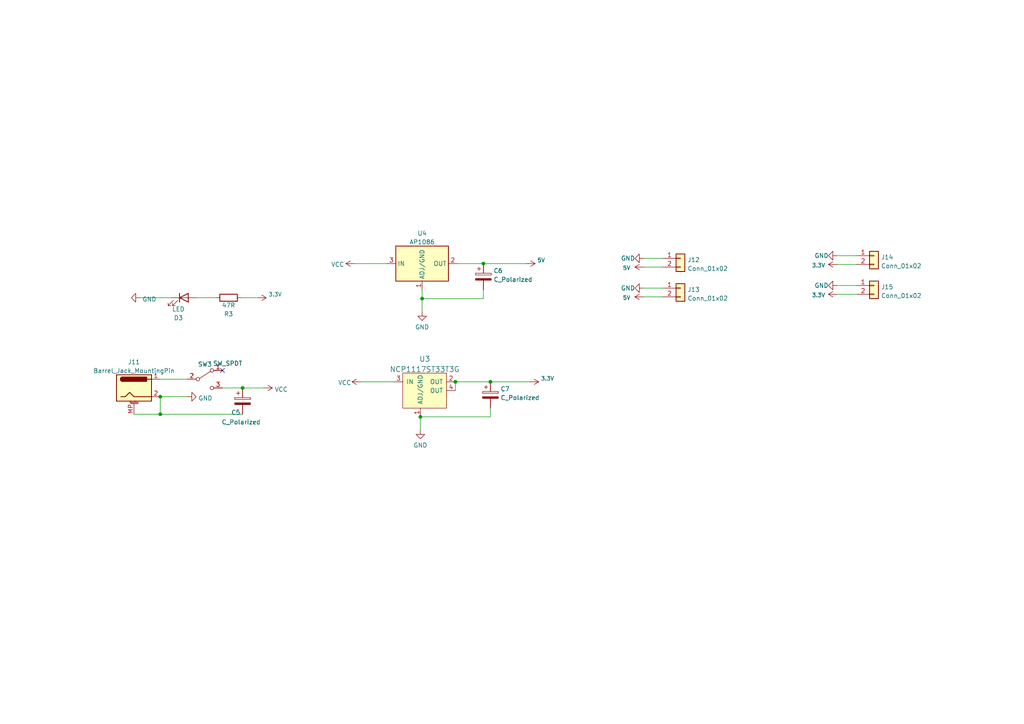
<source format=kicad_sch>
(kicad_sch (version 20211123) (generator eeschema)
  (paper "A4")
  (lib_symbols
    (symbol "Connector:Barrel_Jack_MountingPin" (pin_names hide)
      (property "Reference" "J" (at 0 5.334 0))
      (property "Value" "Barrel_Jack_MountingPin" (at 1.27 -6.35 0))
      (symbol "Barrel_Jack_MountingPin_0_1"
        (rectangle (start -5.08 3.81) (end 5.08 -3.81) (stroke (width 0.254)) (fill (type background)))
        (arc (start -3.302 3.175) (mid -3.937 2.54) (end -3.302 1.905) (stroke (width 0.254)))
        (arc (start -3.302 3.175) (mid -3.937 2.54) (end -3.302 1.905) (stroke (width 0.254)) (fill (type outline)))
        (polyline (pts (xy 5.08 2.54) (xy 3.81 2.54)) (stroke (width 0.254)))
        (polyline (pts (xy -3.81 -2.54) (xy -2.54 -2.54) (xy -1.27 -1.27) (xy 0 -2.54) (xy 2.54 -2.54) (xy 5.08 -2.54)) (stroke (width 0.254)))
        (rectangle (start 3.683 3.175) (end -3.302 1.905) (stroke (width 0.254)) (fill (type outline)))
      )
      (symbol "Barrel_Jack_MountingPin_1_1"
        (polyline (pts (xy -1.016 -4.572) (xy 1.016 -4.572)) (stroke (width 0.1524)))
        (text "Mounting" (at 0 -4.191 0) (effects (font (size 0.381 0.381))))
        (pin passive line (at 7.62 2.54 180) (length 2.54) (name "~") (number "1"))
        (pin passive line (at 7.62 -2.54 180) (length 2.54) (name "~") (number "2"))
        (pin passive line (at 0 -7.62 90) (length 3.048) (name "MountPin") (number "MP"))
      )
    )
    (symbol "Connector_Generic:Conn_01x02" (pin_names (offset 1.016) hide)
      (property "Reference" "J" (at 0 2.54 0))
      (property "Value" "Conn_01x02" (at 0 -5.08 0))
      (symbol "Conn_01x02_1_1"
        (rectangle (start -1.27 -2.413) (end 0 -2.667) (stroke (width 0.1524)))
        (rectangle (start -1.27 0.127) (end 0 -0.127) (stroke (width 0.1524)))
        (rectangle (start -1.27 1.27) (end 1.27 -3.81) (stroke (width 0.254)) (fill (type background)))
        (pin passive line (at -5.08 0 0) (length 3.81) (name "Pin_1") (number "1"))
        (pin passive line (at -5.08 -2.54 0) (length 3.81) (name "Pin_2") (number "2"))
      )
    )
    (symbol "Device:C_Polarized" (pin_numbers hide) (pin_names (offset 0.254))
      (property "Reference" "C" (at 0.635 2.54 0))
      (property "Value" "C_Polarized" (at 0.635 -2.54 0))
      (symbol "C_Polarized_0_1"
        (rectangle (start -2.286 0.508) (end 2.286 1.016))
        (polyline (pts (xy -1.778 2.286) (xy -0.762 2.286)))
        (polyline (pts (xy -1.27 2.794) (xy -1.27 1.778)))
        (rectangle (start 2.286 -0.508) (end -2.286 -1.016) (fill (type outline)))
      )
      (symbol "C_Polarized_1_1"
        (pin passive line (at 0 3.81 270) (length 2.794) (name "~") (number "1"))
        (pin passive line (at 0 -3.81 90) (length 2.794) (name "~") (number "2"))
      )
    )
    (symbol "Device:LED" (pin_numbers hide) (pin_names (offset 1.016) hide)
      (property "Reference" "D" (at 0 2.54 0))
      (property "Value" "LED" (at 0 -2.54 0))
      (symbol "LED_0_1"
        (polyline (pts (xy -1.27 -1.27) (xy -1.27 1.27)) (stroke (width 0.254)))
        (polyline (pts (xy -1.27 0) (xy 1.27 0)))
        (polyline (pts (xy 1.27 -1.27) (xy 1.27 1.27) (xy -1.27 0) (xy 1.27 -1.27)) (stroke (width 0.254)))
        (polyline (pts (xy -3.048 -0.762) (xy -4.572 -2.286) (xy -3.81 -2.286) (xy -4.572 -2.286) (xy -4.572 -1.524)))
        (polyline (pts (xy -1.778 -0.762) (xy -3.302 -2.286) (xy -2.54 -2.286) (xy -3.302 -2.286) (xy -3.302 -1.524)))
      )
      (symbol "LED_1_1"
        (pin passive line (at -3.81 0 0) (length 2.54) (name "K") (number "1"))
        (pin passive line (at 3.81 0 180) (length 2.54) (name "A") (number "2"))
      )
    )
    (symbol "Device:R" (pin_numbers hide) (pin_names (offset 0))
      (property "Reference" "R" (at 2.032 0 90))
      (property "Value" "R" (at 0 0 90))
      (symbol "R_0_1"
        (rectangle (start -1.016 -2.54) (end 1.016 2.54) (stroke (width 0.254)))
      )
      (symbol "R_1_1"
        (pin passive line (at 0 3.81 270) (length 1.27) (name "~") (number "1"))
        (pin passive line (at 0 -3.81 90) (length 1.27) (name "~") (number "2"))
      )
    )
    (symbol "Kitecraft_Voltage_Regulators:AP1086"
      (property "Reference" "U" (at 0 10.16 0))
      (property "Value" "AP1086" (at 0 7.62 0))
      (symbol "AP1086_1_1"
        (rectangle (start -7.62 -5.08) (end 7.62 5.08) (stroke (width 0.254)) (fill (type background)))
        (pin input line (at 0 -7.62 90) (length 2.54) (name "ADJ/GND") (number "1"))
        (pin power_out line (at 10.16 0 180) (length 2.54) (name "OUT") (number "2"))
        (pin power_in line (at -10.16 0 0) (length 2.54) (name "IN") (number "3"))
      )
    )
    (symbol "SparkFun-PowerSymbols:3.3V" (power) (pin_numbers hide) (pin_names (offset 1.016) hide)
      (property "Value" "3.3V" (at -1.27 3.81 0))
      (property "Footprint" "XXX-00000" (at 0 7.62 0))
      (symbol "3.3V_1_0"
        (polyline (pts (xy 0 0) (xy 0 2.54)))
        (polyline (pts (xy 0 2.54) (xy -0.762 1.27)))
        (polyline (pts (xy 0.762 1.27) (xy 0 2.54)))
      )
      (symbol "3.3V_1_1"
        (pin power_in line (at 0 0 90) (length 0) hide (name "3.3V") (number "~"))
      )
    )
    (symbol "SparkFun-PowerSymbols:5V" (power) (pin_numbers hide) (pin_names (offset 1.016) hide)
      (property "Value" "5V" (at -1.27 3.81 0))
      (property "Footprint" "XXX-00000" (at 0 7.62 0))
      (symbol "5V_1_0"
        (polyline (pts (xy 0 0) (xy 0 2.54)))
        (polyline (pts (xy 0 2.54) (xy -0.762 1.27)))
        (polyline (pts (xy 0.762 1.27) (xy 0 2.54)))
      )
      (symbol "5V_1_1"
        (pin power_in line (at 0 0 90) (length 0) hide (name "5V") (number "~"))
      )
    )
    (symbol "Switch:SW_SPDT" (pin_names (offset 0) hide)
      (property "Reference" "SW" (at 0 4.318 0))
      (property "Value" "SW_SPDT" (at 0 -5.08 0))
      (symbol "SW_SPDT_0_0"
        (circle (center -2.032 0) (radius 0.508))
        (circle (center 2.032 -2.54) (radius 0.508))
      )
      (symbol "SW_SPDT_0_1"
        (polyline (pts (xy -1.524 0.254) (xy 1.651 2.286)))
        (circle (center 2.032 2.54) (radius 0.508))
      )
      (symbol "SW_SPDT_1_1"
        (pin passive line (at 5.08 2.54 180) (length 2.54) (name "A") (number "1"))
        (pin passive line (at -5.08 0 0) (length 2.54) (name "B") (number "2"))
        (pin passive line (at 5.08 -2.54 180) (length 2.54) (name "C") (number "3"))
      )
    )
    (symbol "dk_PMIC-Voltage-Regulators-Linear:NCP1117ST33T3G" (pin_names (offset 1.016))
      (property "Reference" "U" (at 2.54 3.81 0))
      (property "Value" "NCP1117ST33T3G" (at 2.54 6.35 0))
      (symbol "NCP1117ST33T3G_0_1"
        (rectangle (start -5.08 2.54) (end 7.62 -7.62) (fill (type background)))
      )
      (symbol "NCP1117ST33T3G_1_1"
        (pin power_in line (at 0 -10.16 90) (length 2.54) (name "ADJ/GND") (number "1"))
        (pin power_out line (at 10.16 0 180) (length 2.54) (name "OUT") (number "2"))
        (pin power_in line (at -7.62 0 0) (length 2.54) (name "IN") (number "3"))
        (pin power_out line (at 10.16 -2.54 180) (length 2.54) (name "OUT") (number "4"))
      )
    )
    (symbol "power:GND" (power) (pin_names (offset 0))
      (property "Value" "GND" (at 0 -3.81 0))
      (symbol "GND_0_1"
        (polyline (pts (xy 0 0) (xy 0 -1.27) (xy 1.27 -1.27) (xy 0 -2.54) (xy -1.27 -1.27) (xy 0 -1.27)))
      )
      (symbol "GND_1_1"
        (pin power_in line (at 0 0 270) (length 0) hide (name "GND") (number "1"))
      )
    )
    (symbol "power:VCC" (power) (pin_names (offset 0))
      (property "Value" "VCC" (at 0 3.81 0))
      (symbol "VCC_0_1"
        (polyline (pts (xy -0.762 1.27) (xy 0 2.54)))
        (polyline (pts (xy 0 0) (xy 0 2.54)))
        (polyline (pts (xy 0 2.54) (xy 0.762 1.27)))
      )
      (symbol "VCC_1_1"
        (pin power_in line (at 0 0 90) (length 0) hide (name "VCC") (number "1"))
      )
    )
  )
  (junction (at 132.08 110.744))
  (junction (at 70.358 112.522))
  (junction (at 121.92 120.904))
  (junction (at 122.428 86.614))
  (junction (at 46.482 115.062))
  (junction (at 46.482 120.142))
  (junction (at 140.208 76.454))
  (junction (at 142.24 110.744))
  (no_connect (at 64.516 107.442))
  (wire (pts (xy 46.482 115.062) (xy 54.356 115.062)))
  (wire (pts (xy 122.428 86.614) (xy 122.428 90.424)))
  (wire (pts (xy 38.862 120.142) (xy 46.482 120.142)))
  (wire (pts (xy 121.92 120.904) (xy 121.92 124.714)))
  (wire (pts (xy 64.516 112.522) (xy 70.358 112.522)))
  (wire (pts (xy 186.69 86.106) (xy 192.278 86.106)))
  (wire (pts (xy 62.484 86.36) (xy 57.15 86.36)))
  (wire (pts (xy 142.24 120.904) (xy 121.92 120.904)))
  (wire (pts (xy 242.824 85.344) (xy 248.412 85.344)))
  (wire (pts (xy 104.648 110.744) (xy 114.3 110.744)))
  (wire (pts (xy 132.08 110.744) (xy 142.24 110.744)))
  (wire (pts (xy 242.824 76.708) (xy 248.412 76.708)))
  (wire (pts (xy 102.87 76.454) (xy 112.268 76.454)))
  (wire (pts (xy 132.588 76.454) (xy 140.208 76.454)))
  (wire (pts (xy 46.482 109.982) (xy 54.356 109.982)))
  (wire (pts (xy 242.824 74.168) (xy 248.412 74.168)))
  (wire (pts (xy 140.208 76.454) (xy 152.654 76.454)))
  (wire (pts (xy 186.69 77.47) (xy 192.278 77.47)))
  (wire (pts (xy 122.428 84.074) (xy 122.428 86.614)))
  (wire (pts (xy 242.824 82.804) (xy 248.412 82.804)))
  (wire (pts (xy 132.08 110.744) (xy 132.08 113.284)))
  (wire (pts (xy 142.24 110.744) (xy 153.67 110.744)))
  (wire (pts (xy 142.24 118.364) (xy 142.24 120.904)))
  (wire (pts (xy 46.482 115.062) (xy 46.482 120.142)))
  (wire (pts (xy 186.69 74.93) (xy 192.278 74.93)))
  (wire (pts (xy 140.208 86.614) (xy 122.428 86.614)))
  (wire (pts (xy 186.69 83.566) (xy 192.278 83.566)))
  (wire (pts (xy 140.208 84.074) (xy 140.208 86.614)))
  (wire (pts (xy 70.358 120.142) (xy 46.482 120.142)))
  (wire (pts (xy 49.53 86.36) (xy 40.64 86.36)))
  (wire (pts (xy 70.358 112.522) (xy 76.454 112.522)))
  (wire (pts (xy 74.676 86.36) (xy 70.104 86.36)))
  (symbol (lib_id "power:VCC") (at 104.648 110.744 90) (unit 1)
    (property "Reference" "#PWR0101" (effects hide))
    (property "Value" "VCC" (at 98.044 110.998 90) (effects (justify right)))
  )
  (symbol (lib_id "SparkFun-PowerSymbols:5V") (at 186.69 86.106 90) (unit 1)
    (property "Reference" "#SUPPLY0109" (effects hide))
    (property "Value" "5V" (at 180.594 86.36 90) (effects (font (size 1.143 1.143)) (justify right)))
  )
  (symbol (lib_id "power:GND") (at 122.428 90.424 0) (unit 1)
    (property "Reference" "#PWR0105" (effects hide))
    (property "Value" "GND" (at 122.428 94.8674 0))
  )
  (symbol (lib_id "power:GND") (at 242.824 74.168 270) (unit 1)
    (property "Reference" "#PWR0110" (effects hide))
    (property "Value" "GND" (at 236.22 74.168 90) (effects (justify left)))
  )
  (symbol (lib_id "Connector_Generic:Conn_01x02") (at 197.358 83.566 0) (unit 1)
    (property "Reference" "J13" (at 199.39 84.0013 0) (effects (justify left)))
    (property "Value" "Conn_01x02" (at 199.39 86.5382 0) (effects (justify left)))
    (property "Footprint" "Connector_PinHeader_2.54mm:PinHeader_1x02_P2.54mm_Vertical" (effects hide))
  )
  (symbol (lib_id "power:VCC") (at 102.87 76.454 90) (unit 1)
    (property "Reference" "#PWR0104" (effects hide))
    (property "Value" "VCC" (at 96.012 76.708 90) (effects (justify right)))
  )
  (symbol (lib_id "power:GND") (at 121.92 124.714 0) (unit 1)
    (property "Reference" "#PWR0102" (effects hide))
    (property "Value" "GND" (at 121.92 129.1574 0))
  )
  (symbol (lib_id "power:GND") (at 186.69 74.93 270) (unit 1)
    (property "Reference" "#PWR0108" (effects hide))
    (property "Value" "GND" (at 180.086 74.93 90) (effects (justify left)))
  )
  (symbol (lib_id "Connector_Generic:Conn_01x02") (at 197.358 74.93 0) (unit 1)
    (property "Reference" "J12" (at 199.39 75.3653 0) (effects (justify left)))
    (property "Value" "Conn_01x02" (at 199.39 77.9022 0) (effects (justify left)))
    (property "Footprint" "Connector_PinHeader_2.54mm:PinHeader_1x02_P2.54mm_Vertical" (effects hide))
  )
  (symbol (lib_id "power:GND") (at 54.356 115.062 90) (unit 1)
    (property "Reference" "#PWR0103" (effects hide))
    (property "Value" "GND" (at 57.531 115.4958 90) (effects (justify right)))
  )
  (symbol (lib_id "SparkFun-PowerSymbols:5V") (at 152.654 76.454 270) (unit 1)
    (property "Reference" "#SUPPLY0106" (effects hide))
    (property "Value" "5V" (at 155.829 75.4778 90) (effects (font (size 1.143 1.143)) (justify left)))
  )
  (symbol (lib_id "Kitecraft_Voltage_Regulators:AP1086") (at 122.428 76.454 0) (unit 1)
    (property "Reference" "U4" (at 122.428 67.6742 0))
    (property "Value" "AP1086" (at 122.428 70.2111 0))
    (property "Footprint" "Package_TO_SOT_SMD:TO-263-2" (effects hide))
  )
  (symbol (lib_id "Device:C_Polarized") (at 70.358 116.332 0) (unit 1)
    (property "Reference" "C5" (at 67.056 119.634 0) (effects (justify left)))
    (property "Value" "C_Polarized" (at 64.262 122.428 0) (effects (justify left)))
    (property "Footprint" "Capacitor_SMD:CP_Elec_6.3x5.9" (effects hide))
  )
  (symbol (lib_id "SparkFun-PowerSymbols:3.3V") (at 153.67 110.744 270) (unit 1)
    (property "Reference" "#SUPPLY0110" (effects hide))
    (property "Value" "3.3V" (at 156.845 109.7678 90) (effects (font (size 1.143 1.143)) (justify left)))
  )
  (symbol (lib_id "SparkFun-PowerSymbols:3.3V") (at 242.824 76.708 90) (unit 1)
    (property "Reference" "#SUPPLY0112" (effects hide))
    (property "Value" "3.3V" (at 235.458 76.962 90) (effects (font (size 1.143 1.143)) (justify right)))
  )
  (symbol (lib_id "Device:R") (at 66.294 86.36 270) (unit 1)
    (property "Reference" "R3" (at 66.294 91.0758 90))
    (property "Value" "47R" (at 66.294 88.5389 90))
    (property "Footprint" "Resistor_SMD:R_1206_3216Metric" (effects hide))
  )
  (symbol (lib_id "dk_PMIC-Voltage-Regulators-Linear:NCP1117ST33T3G") (at 121.92 110.744 0) (unit 1)
    (property "Reference" "U3" (at 123.19 104.1199 0) (effects (font (size 1.524 1.524))))
    (property "Value" "NCP1117ST33T3G" (at 123.19 107.1133 0) (effects (font (size 1.524 1.524))))
    (property "Footprint" "Package_TO_SOT_SMD:SOT-223" (effects hide))
    (property "Datasheet" "https://www.onsemi.com/pub/Collateral/NCP1117-D.PDF" (effects hide))
    (property "Digi-Key_PN" "NCP1117ST33T3GOSCT-ND" (effects hide))
    (property "MPN" "NCP1117ST33T3G" (effects hide))
    (property "Category" "Integrated Circuits (ICs)" (effects hide))
    (property "Family" "PMIC - Voltage Regulators - Linear" (effects hide))
    (property "DK_Datasheet_Link" "https://www.onsemi.com/pub/Collateral/NCP1117-D.PDF" (effects hide))
    (property "DK_Detail_Page" "/product-detail/en/on-semiconductor/NCP1117ST33T3G/NCP1117ST33T3GOSCT-ND/660708" (effects hide))
    (property "Description" "IC REG LINEAR 3.3V 1A SOT223" (effects hide))
    (property "Manufacturer" "ON Semiconductor" (effects hide))
    (property "Status" "Active" (effects hide))
  )
  (symbol (lib_id "Device:C_Polarized") (at 140.208 80.264 0) (unit 1)
    (property "Reference" "C6" (at 143.129 78.5403 0) (effects (justify left)))
    (property "Value" "C_Polarized" (at 143.129 81.0772 0) (effects (justify left)))
    (property "Footprint" "Capacitor_SMD:C_0805_2012Metric" (effects hide))
  )
  (symbol (lib_id "Connector_Generic:Conn_01x02") (at 253.492 82.804 0) (unit 1)
    (property "Reference" "J15" (at 255.524 83.2393 0) (effects (justify left)))
    (property "Value" "Conn_01x02" (at 255.524 85.7762 0) (effects (justify left)))
    (property "Footprint" "Connector_PinHeader_2.54mm:PinHeader_1x02_P2.54mm_Vertical" (effects hide))
  )
  (symbol (lib_id "SparkFun-PowerSymbols:5V") (at 186.69 77.47 90) (unit 1)
    (property "Reference" "#SUPPLY0108" (effects hide))
    (property "Value" "5V" (at 180.594 77.724 90) (effects (font (size 1.143 1.143)) (justify right)))
  )
  (symbol (lib_id "Switch:SW_SPDT") (at 59.436 109.982 0) (unit 1)
    (property "Reference" "SW3" (at 59.436 105.664 0))
    (property "Value" "SW_SPDT" (at 66.04 105.41 0))
    (property "Footprint" "Kitecraft_Switches:SPDT_Switch_3mm" (effects hide))
  )
  (symbol (lib_id "power:GND") (at 40.64 86.36 270) (unit 1)
    (property "Reference" "#PWR0107" (effects hide))
    (property "Value" "GND" (at 41.275 86.7938 90) (effects (justify left)))
  )
  (symbol (lib_id "SparkFun-PowerSymbols:3.3V") (at 74.676 86.36 270) (unit 1)
    (property "Reference" "#SUPPLY0111" (effects hide))
    (property "Value" "3.3V" (at 77.851 85.3838 90) (effects (font (size 1.143 1.143)) (justify left)))
  )
  (symbol (lib_id "power:GND") (at 186.69 83.566 270) (unit 1)
    (property "Reference" "#PWR0109" (effects hide))
    (property "Value" "GND" (at 180.086 83.566 90) (effects (justify left)))
  )
  (symbol (lib_id "power:GND") (at 242.824 82.804 270) (unit 1)
    (property "Reference" "#PWR0111" (effects hide))
    (property "Value" "GND" (at 236.22 82.804 90) (effects (justify left)))
  )
  (symbol (lib_id "Connector:Barrel_Jack_MountingPin") (at 38.862 112.522 0) (unit 1)
    (property "Reference" "J11" (at 38.862 105.0122 0))
    (property "Value" "Barrel_Jack_MountingPin" (at 38.862 107.5491 0))
    (property "Footprint" "Kitecraft_Terminal_Blocks:BarrelJack_CUI_PJ-102AH_Horizontal_3_Pin_Short" (effects hide))
  )
  (symbol (lib_id "Device:LED") (at 53.34 86.36 0) (unit 1)
    (property "Reference" "D3" (at 51.7525 92.2188 0))
    (property "Value" "LED" (at 51.7525 89.6819 0))
    (property "Footprint" "LED_SMD:LED_1206_3216Metric" (effects hide))
  )
  (symbol (lib_id "SparkFun-PowerSymbols:3.3V") (at 242.824 85.344 90) (unit 1)
    (property "Reference" "#SUPPLY0113" (effects hide))
    (property "Value" "3.3V" (at 235.458 85.598 90) (effects (font (size 1.143 1.143)) (justify right)))
  )
  (symbol (lib_id "power:VCC") (at 76.454 112.522 270) (unit 1)
    (property "Reference" "#PWR0106" (effects hide))
    (property "Value" "VCC" (at 79.629 112.9558 90) (effects (justify left)))
  )
  (symbol (lib_id "Device:C_Polarized") (at 142.24 114.554 0) (unit 1)
    (property "Reference" "C7" (at 145.161 112.8303 0) (effects (justify left)))
    (property "Value" "C_Polarized" (at 145.161 115.3672 0) (effects (justify left)))
    (property "Footprint" "Capacitor_SMD:C_0805_2012Metric" (effects hide))
  )
  (symbol (lib_id "Connector_Generic:Conn_01x02") (at 253.492 74.168 0) (unit 1)
    (property "Reference" "J14" (at 255.524 74.6033 0) (effects (justify left)))
    (property "Value" "Conn_01x02" (at 255.524 77.1402 0) (effects (justify left)))
    (property "Footprint" "Connector_PinHeader_2.54mm:PinHeader_1x02_P2.54mm_Vertical" (effects hide))
  )
)
</source>
